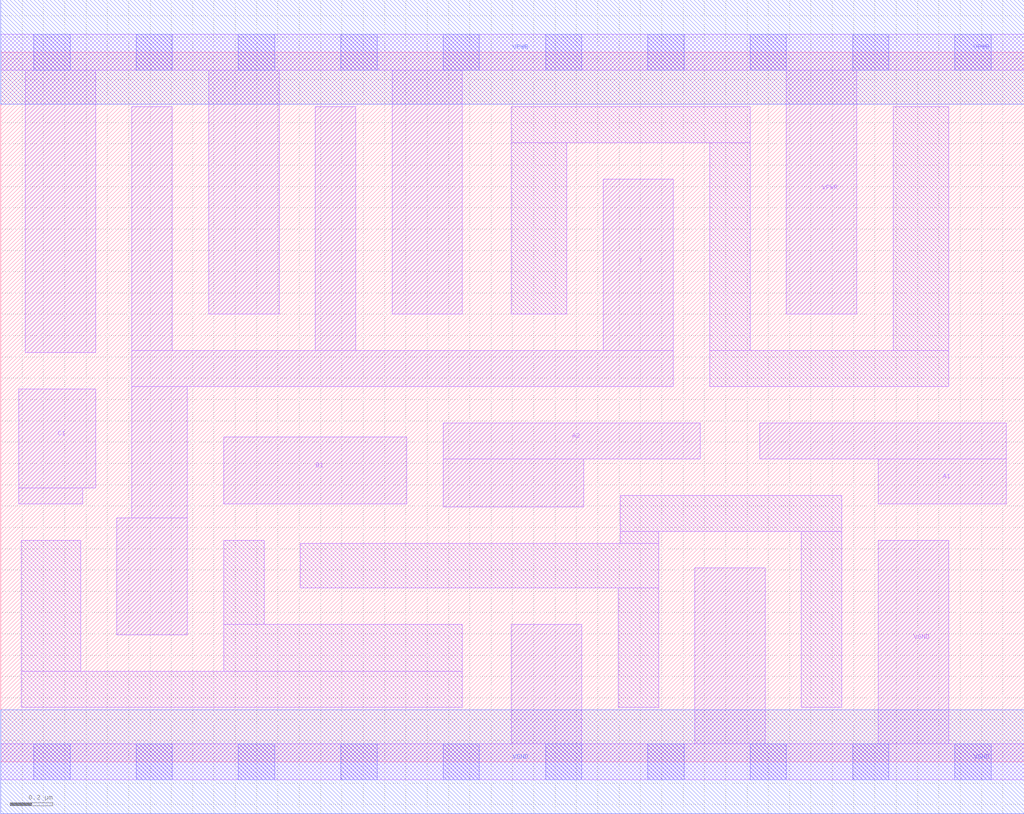
<source format=lef>
# Copyright 2020 The SkyWater PDK Authors
#
# Licensed under the Apache License, Version 2.0 (the "License");
# you may not use this file except in compliance with the License.
# You may obtain a copy of the License at
#
#     https://www.apache.org/licenses/LICENSE-2.0
#
# Unless required by applicable law or agreed to in writing, software
# distributed under the License is distributed on an "AS IS" BASIS,
# WITHOUT WARRANTIES OR CONDITIONS OF ANY KIND, either express or implied.
# See the License for the specific language governing permissions and
# limitations under the License.
#
# SPDX-License-Identifier: Apache-2.0

VERSION 5.7 ;
  NAMESCASESENSITIVE ON ;
  NOWIREEXTENSIONATPIN ON ;
  DIVIDERCHAR "/" ;
  BUSBITCHARS "[]" ;
UNITS
  DATABASE MICRONS 200 ;
END UNITS
MACRO sky130_fd_sc_lp__o211ai_2
  CLASS CORE ;
  SOURCE USER ;
  FOREIGN sky130_fd_sc_lp__o211ai_2 ;
  ORIGIN  0.000000  0.000000 ;
  SIZE  4.800000 BY  3.330000 ;
  SYMMETRY X Y R90 ;
  SITE unit ;
  PIN A1
    ANTENNAGATEAREA  0.630000 ;
    DIRECTION INPUT ;
    USE SIGNAL ;
    PORT
      LAYER li1 ;
        RECT 3.560000 1.420000 4.715000 1.590000 ;
        RECT 4.115000 1.210000 4.715000 1.420000 ;
    END
  END A1
  PIN A2
    ANTENNAGATEAREA  0.630000 ;
    DIRECTION INPUT ;
    USE SIGNAL ;
    PORT
      LAYER li1 ;
        RECT 2.075000 1.195000 2.735000 1.420000 ;
        RECT 2.075000 1.420000 3.280000 1.590000 ;
    END
  END A2
  PIN B1
    ANTENNAGATEAREA  0.630000 ;
    DIRECTION INPUT ;
    USE SIGNAL ;
    PORT
      LAYER li1 ;
        RECT 1.045000 1.210000 1.905000 1.525000 ;
    END
  END B1
  PIN C1
    ANTENNAGATEAREA  0.630000 ;
    DIRECTION INPUT ;
    USE SIGNAL ;
    PORT
      LAYER li1 ;
        RECT 0.085000 1.210000 0.385000 1.285000 ;
        RECT 0.085000 1.285000 0.445000 1.750000 ;
    END
  END C1
  PIN Y
    ANTENNADIFFAREA  1.293600 ;
    DIRECTION OUTPUT ;
    USE SIGNAL ;
    PORT
      LAYER li1 ;
        RECT 0.545000 0.595000 0.875000 1.145000 ;
        RECT 0.615000 1.145000 0.875000 1.760000 ;
        RECT 0.615000 1.760000 3.155000 1.930000 ;
        RECT 0.615000 1.930000 0.805000 3.075000 ;
        RECT 1.475000 1.930000 1.665000 3.075000 ;
        RECT 2.825000 1.930000 3.155000 2.735000 ;
    END
  END Y
  PIN VGND
    DIRECTION INOUT ;
    USE GROUND ;
    PORT
      LAYER li1 ;
        RECT 0.000000 -0.085000 4.800000 0.085000 ;
        RECT 2.395000  0.085000 2.725000 0.645000 ;
        RECT 3.255000  0.085000 3.585000 0.910000 ;
        RECT 4.115000  0.085000 4.445000 1.040000 ;
      LAYER mcon ;
        RECT 0.155000 -0.085000 0.325000 0.085000 ;
        RECT 0.635000 -0.085000 0.805000 0.085000 ;
        RECT 1.115000 -0.085000 1.285000 0.085000 ;
        RECT 1.595000 -0.085000 1.765000 0.085000 ;
        RECT 2.075000 -0.085000 2.245000 0.085000 ;
        RECT 2.555000 -0.085000 2.725000 0.085000 ;
        RECT 3.035000 -0.085000 3.205000 0.085000 ;
        RECT 3.515000 -0.085000 3.685000 0.085000 ;
        RECT 3.995000 -0.085000 4.165000 0.085000 ;
        RECT 4.475000 -0.085000 4.645000 0.085000 ;
      LAYER met1 ;
        RECT 0.000000 -0.245000 4.800000 0.245000 ;
    END
  END VGND
  PIN VPWR
    DIRECTION INOUT ;
    USE POWER ;
    PORT
      LAYER li1 ;
        RECT 0.000000 3.245000 4.800000 3.415000 ;
        RECT 0.115000 1.920000 0.445000 3.245000 ;
        RECT 0.975000 2.100000 1.305000 3.245000 ;
        RECT 1.835000 2.100000 2.165000 3.245000 ;
        RECT 3.685000 2.100000 4.015000 3.245000 ;
      LAYER mcon ;
        RECT 0.155000 3.245000 0.325000 3.415000 ;
        RECT 0.635000 3.245000 0.805000 3.415000 ;
        RECT 1.115000 3.245000 1.285000 3.415000 ;
        RECT 1.595000 3.245000 1.765000 3.415000 ;
        RECT 2.075000 3.245000 2.245000 3.415000 ;
        RECT 2.555000 3.245000 2.725000 3.415000 ;
        RECT 3.035000 3.245000 3.205000 3.415000 ;
        RECT 3.515000 3.245000 3.685000 3.415000 ;
        RECT 3.995000 3.245000 4.165000 3.415000 ;
        RECT 4.475000 3.245000 4.645000 3.415000 ;
      LAYER met1 ;
        RECT 0.000000 3.085000 4.800000 3.575000 ;
    END
  END VPWR
  OBS
    LAYER li1 ;
      RECT 0.095000 0.255000 2.165000 0.425000 ;
      RECT 0.095000 0.425000 0.375000 1.040000 ;
      RECT 1.045000 0.425000 2.165000 0.645000 ;
      RECT 1.045000 0.645000 1.235000 1.040000 ;
      RECT 1.405000 0.815000 3.085000 1.025000 ;
      RECT 2.395000 2.100000 2.655000 2.905000 ;
      RECT 2.395000 2.905000 3.515000 3.075000 ;
      RECT 2.895000 0.255000 3.085000 0.815000 ;
      RECT 2.905000 1.025000 3.085000 1.080000 ;
      RECT 2.905000 1.080000 3.945000 1.250000 ;
      RECT 3.325000 1.760000 4.445000 1.930000 ;
      RECT 3.325000 1.930000 3.515000 2.905000 ;
      RECT 3.755000 0.255000 3.945000 1.080000 ;
      RECT 4.185000 1.930000 4.445000 3.075000 ;
  END
END sky130_fd_sc_lp__o211ai_2

</source>
